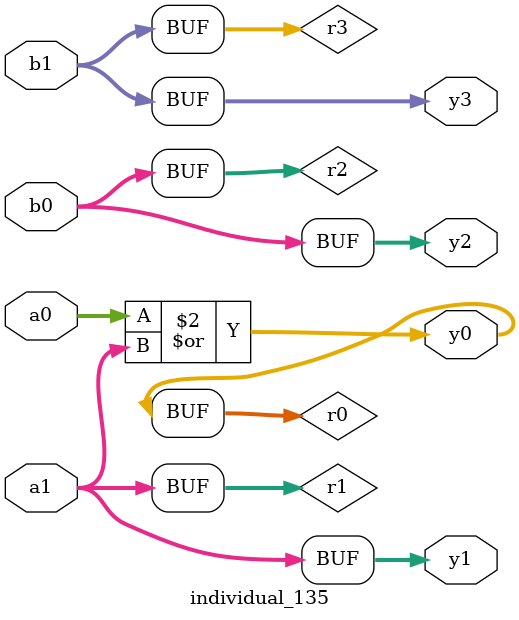
<source format=sv>
module individual_135(input logic [15:0] a1, input logic [15:0] a0, input logic [15:0] b1, input logic [15:0] b0, output logic [15:0] y3, output logic [15:0] y2, output logic [15:0] y1, output logic [15:0] y0);
logic [15:0] r0, r1, r2, r3; 
 always@(*) begin 
	 r0 = a0; r1 = a1; r2 = b0; r3 = b1; 
 	 r0  |=  r1 ;
 	 y3 = r3; y2 = r2; y1 = r1; y0 = r0; 
end
endmodule
</source>
